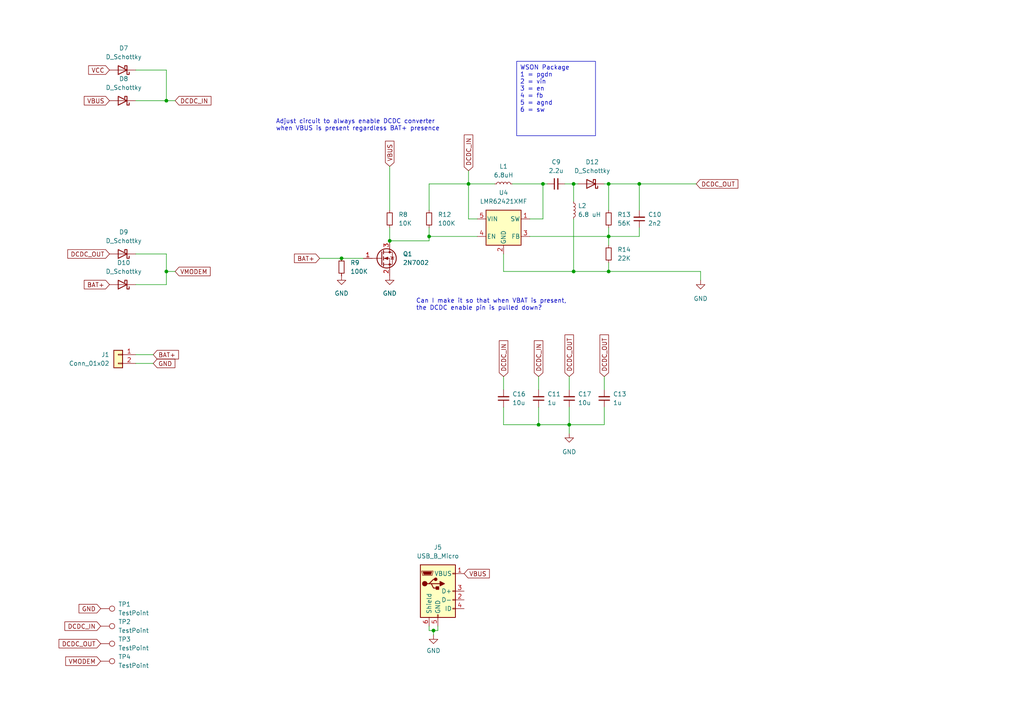
<source format=kicad_sch>
(kicad_sch (version 20230121) (generator eeschema)
  (paper "A4")
  (lib_symbols
    (symbol "Connector:TestPoint" (pin_numbers hide) (pin_names (offset 0.762) hide)
      (property "Reference" "TP" (at 0 6.858 0))
      (property "Value" "TestPoint" (at 0 5.08 0))
      (symbol "TestPoint_0_1"
        (circle (center 0 3.302) (radius 0.762))
      )
      (symbol "TestPoint_1_1"
        (pin passive line (at 0 0 90) (length 2.54) (name "1") (number "1"))
      )
    )
    (symbol "Connector:USB_B_Micro" (pin_names (offset 1.016))
      (property "Reference" "J" (at -5.08 11.43 0))
      (property "Value" "USB_B_Micro" (at -5.08 8.89 0))
      (symbol "USB_B_Micro_0_1"
        (rectangle (start -5.08 -7.62) (end 5.08 7.62) (stroke (width 0.254)) (fill (type background)))
        (circle (center -3.81 2.159) (radius 0.635) (stroke (width 0.254)) (fill (type outline)))
        (circle (center -0.635 3.429) (radius 0.381) (stroke (width 0.254)) (fill (type outline)))
        (rectangle (start -0.127 -7.62) (end 0.127 -6.858))
        (polyline (pts (xy -1.905 2.159) (xy 0.635 2.159)) (stroke (width 0.254)))
        (polyline (pts (xy -3.175 2.159) (xy -2.54 2.159) (xy -1.27 3.429) (xy -0.635 3.429)) (stroke (width 0.254)))
        (polyline (pts (xy -2.54 2.159) (xy -1.905 2.159) (xy -1.27 0.889) (xy 0 0.889)) (stroke (width 0.254)))
        (polyline (pts (xy 0.635 2.794) (xy 0.635 1.524) (xy 1.905 2.159) (xy 0.635 2.794)) (stroke (width 0.254)) (fill (type outline)))
        (polyline (pts (xy -4.318 5.588) (xy -1.778 5.588) (xy -2.032 4.826) (xy -4.064 4.826) (xy -4.318 5.588)) (fill (type outline)))
        (polyline (pts (xy -4.699 5.842) (xy -4.699 5.588) (xy -4.445 4.826) (xy -4.445 4.572) (xy -1.651 4.572) (xy -1.651 4.826) (xy -1.397 5.588) (xy -1.397 5.842) (xy -4.699 5.842)))
        (rectangle (start 0.254 1.27) (end -0.508 0.508) (stroke (width 0.254)) (fill (type outline)))
        (rectangle (start 5.08 -5.207) (end 4.318 -4.953))
        (rectangle (start 5.08 -2.667) (end 4.318 -2.413))
        (rectangle (start 5.08 -0.127) (end 4.318 0.127))
        (rectangle (start 5.08 4.953) (end 4.318 5.207))
      )
      (symbol "USB_B_Micro_1_1"
        (pin power_out line (at 7.62 5.08 180) (length 2.54) (name "VBUS") (number "1"))
        (pin bidirectional line (at 7.62 -2.54 180) (length 2.54) (name "D-") (number "2"))
        (pin bidirectional line (at 7.62 0 180) (length 2.54) (name "D+") (number "3"))
        (pin passive line (at 7.62 -5.08 180) (length 2.54) (name "ID") (number "4"))
        (pin power_out line (at 0 -10.16 90) (length 2.54) (name "GND") (number "5"))
        (pin passive line (at -2.54 -10.16 90) (length 2.54) (name "Shield") (number "6"))
      )
    )
    (symbol "Connector_Generic:Conn_01x02" (pin_names (offset 1.016) hide)
      (property "Reference" "J" (at 0 2.54 0))
      (property "Value" "Conn_01x02" (at 0 -5.08 0))
      (symbol "Conn_01x02_1_1"
        (rectangle (start -1.27 -2.413) (end 0 -2.667) (stroke (width 0.1524)))
        (rectangle (start -1.27 0.127) (end 0 -0.127) (stroke (width 0.1524)))
        (rectangle (start -1.27 1.27) (end 1.27 -3.81) (stroke (width 0.254)) (fill (type background)))
        (pin passive line (at -5.08 0 0) (length 3.81) (name "Pin_1") (number "1"))
        (pin passive line (at -5.08 -2.54 0) (length 3.81) (name "Pin_2") (number "2"))
      )
    )
    (symbol "Device:C_Small" (pin_numbers hide) (pin_names (offset 0.254) hide)
      (property "Reference" "C" (at 0.254 1.778 0))
      (property "Value" "C_Small" (at 0.254 -2.032 0))
      (symbol "C_Small_0_1"
        (polyline (pts (xy -1.524 -0.508) (xy 1.524 -0.508)) (stroke (width 0.3302)))
        (polyline (pts (xy -1.524 0.508) (xy 1.524 0.508)) (stroke (width 0.3048)))
      )
      (symbol "C_Small_1_1"
        (pin passive line (at 0 2.54 270) (length 2.032) (name "~") (number "1"))
        (pin passive line (at 0 -2.54 90) (length 2.032) (name "~") (number "2"))
      )
    )
    (symbol "Device:D_Schottky" (pin_numbers hide) (pin_names (offset 1.016) hide)
      (property "Reference" "D" (at 0 2.54 0))
      (property "Value" "D_Schottky" (at 0 -2.54 0))
      (symbol "D_Schottky_0_1"
        (polyline (pts (xy 1.27 0) (xy -1.27 0)))
        (polyline (pts (xy 1.27 1.27) (xy 1.27 -1.27) (xy -1.27 0) (xy 1.27 1.27)) (stroke (width 0.254)))
        (polyline (pts (xy -1.905 0.635) (xy -1.905 1.27) (xy -1.27 1.27) (xy -1.27 -1.27) (xy -0.635 -1.27) (xy -0.635 -0.635)) (stroke (width 0.254)))
      )
      (symbol "D_Schottky_1_1"
        (pin passive line (at -3.81 0 0) (length 2.54) (name "K") (number "1"))
        (pin passive line (at 3.81 0 180) (length 2.54) (name "A") (number "2"))
      )
    )
    (symbol "Device:L_Small" (pin_numbers hide) (pin_names (offset 0.254) hide)
      (property "Reference" "L" (at 0.762 1.016 0))
      (property "Value" "L_Small" (at 0.762 -1.016 0))
      (symbol "L_Small_0_1"
        (arc (start 0 -2.032) (mid 0.5058 -1.524) (end 0 -1.016))
        (arc (start 0 -1.016) (mid 0.5058 -0.508) (end 0 0))
        (arc (start 0 0) (mid 0.5058 0.508) (end 0 1.016))
        (arc (start 0 1.016) (mid 0.5058 1.524) (end 0 2.032))
      )
      (symbol "L_Small_1_1"
        (pin passive line (at 0 2.54 270) (length 0.508) (name "~") (number "1"))
        (pin passive line (at 0 -2.54 90) (length 0.508) (name "~") (number "2"))
      )
    )
    (symbol "Device:R_Small" (pin_numbers hide) (pin_names (offset 0.254) hide)
      (property "Reference" "R" (at 0.762 0.508 0))
      (property "Value" "R_Small" (at 0.762 -1.016 0))
      (symbol "R_Small_0_1"
        (rectangle (start -0.762 1.778) (end 0.762 -1.778) (stroke (width 0.2032)))
      )
      (symbol "R_Small_1_1"
        (pin passive line (at 0 2.54 270) (length 0.762) (name "~") (number "1"))
        (pin passive line (at 0 -2.54 90) (length 0.762) (name "~") (number "2"))
      )
    )
    (symbol "Regulator_Switching:LMR62421XMF" (pin_names (offset 0.254))
      (property "Reference" "U" (at -5.08 6.35 0))
      (property "Value" "LMR62421XMF" (at 0 6.35 0))
      (symbol "LMR62421XMF_0_1"
        (rectangle (start -5.08 5.08) (end 5.08 -5.08) (stroke (width 0.254)) (fill (type background)))
      )
      (symbol "LMR62421XMF_1_1"
        (pin output line (at 7.62 2.54 180) (length 2.54) (name "SW") (number "1"))
        (pin power_in line (at 0 -7.62 90) (length 2.54) (name "GND") (number "2"))
        (pin input line (at 7.62 -2.54 180) (length 2.54) (name "FB") (number "3"))
        (pin input line (at -7.62 -2.54 0) (length 2.54) (name "EN") (number "4"))
        (pin input line (at -7.62 2.54 0) (length 2.54) (name "VIN") (number "5"))
      )
    )
    (symbol "Transistor_FET:2N7002" (pin_names hide)
      (property "Reference" "Q" (at 5.08 1.905 0))
      (property "Value" "2N7002" (at 5.08 0 0))
      (symbol "2N7002_0_1"
        (polyline (pts (xy 0.254 0) (xy -2.54 0)))
        (polyline (pts (xy 0.254 1.905) (xy 0.254 -1.905)) (stroke (width 0.254)))
        (polyline (pts (xy 0.762 -1.27) (xy 0.762 -2.286)) (stroke (width 0.254)))
        (polyline (pts (xy 0.762 0.508) (xy 0.762 -0.508)) (stroke (width 0.254)))
        (polyline (pts (xy 0.762 2.286) (xy 0.762 1.27)) (stroke (width 0.254)))
        (polyline (pts (xy 2.54 2.54) (xy 2.54 1.778)))
        (polyline (pts (xy 2.54 -2.54) (xy 2.54 0) (xy 0.762 0)))
        (polyline (pts (xy 0.762 -1.778) (xy 3.302 -1.778) (xy 3.302 1.778) (xy 0.762 1.778)))
        (polyline (pts (xy 1.016 0) (xy 2.032 0.381) (xy 2.032 -0.381) (xy 1.016 0)) (fill (type outline)))
        (polyline (pts (xy 2.794 0.508) (xy 2.921 0.381) (xy 3.683 0.381) (xy 3.81 0.254)))
        (polyline (pts (xy 3.302 0.381) (xy 2.921 -0.254) (xy 3.683 -0.254) (xy 3.302 0.381)))
        (circle (center 1.651 0) (radius 2.794) (stroke (width 0.254)))
        (circle (center 2.54 -1.778) (radius 0.254) (fill (type outline)))
        (circle (center 2.54 1.778) (radius 0.254) (fill (type outline)))
      )
      (symbol "2N7002_1_1"
        (pin input line (at -5.08 0 0) (length 2.54) (name "G") (number "1"))
        (pin passive line (at 2.54 -5.08 90) (length 2.54) (name "S") (number "2"))
        (pin passive line (at 2.54 5.08 270) (length 2.54) (name "D") (number "3"))
      )
    )
    (symbol "power:GND" (power) (pin_names (offset 0))
      (property "Value" "GND" (at 0 -3.81 0))
      (symbol "GND_0_1"
        (polyline (pts (xy 0 0) (xy 0 -1.27) (xy 1.27 -1.27) (xy 0 -2.54) (xy -1.27 -1.27) (xy 0 -1.27)))
      )
      (symbol "GND_1_1"
        (pin power_in line (at 0 0 270) (length 0) hide (name "GND") (number "1"))
      )
    )
  )
  (junction (at 113.03 69.85))
  (junction (at 99.06 74.93))
  (junction (at 157.48 53.34))
  (junction (at 176.53 53.34))
  (junction (at 185.42 53.34))
  (junction (at 48.26 29.21))
  (junction (at 156.21 123.19))
  (junction (at 48.26 78.74))
  (junction (at 166.37 78.74))
  (junction (at 176.53 78.74))
  (junction (at 165.1 123.19))
  (junction (at 135.89 53.34))
  (junction (at 125.73 182.88))
  (junction (at 124.46 68.58))
  (junction (at 176.53 68.58))
  (junction (at 166.37 53.34))
  (wire (pts (xy 153.67 63.5) (xy 157.48 63.5)))
  (wire (pts (xy 92.71 74.93) (xy 99.06 74.93)))
  (wire (pts (xy 135.89 53.34) (xy 143.51 53.34)))
  (wire (pts (xy 163.83 53.34) (xy 166.37 53.34)))
  (wire (pts (xy 165.1 109.22) (xy 165.1 113.03)))
  (wire (pts (xy 48.26 82.55) (xy 39.37 82.55)))
  (wire (pts (xy 113.03 48.26) (xy 113.03 60.96)))
  (wire (pts (xy 185.42 53.34) (xy 176.53 53.34)))
  (wire (pts (xy 135.89 53.34) (xy 124.46 53.34)))
  (wire (pts (xy 124.46 69.85) (xy 124.46 68.58)))
  (wire (pts (xy 185.42 68.58) (xy 185.42 66.04)))
  (wire (pts (xy 157.48 63.5) (xy 157.48 53.34)))
  (wire (pts (xy 166.37 53.34) (xy 167.64 53.34)))
  (wire (pts (xy 176.53 68.58) (xy 185.42 68.58)))
  (wire (pts (xy 127 181.61) (xy 127 182.88)))
  (wire (pts (xy 146.05 73.66) (xy 146.05 78.74)))
  (wire (pts (xy 153.67 68.58) (xy 176.53 68.58)))
  (wire (pts (xy 156.21 118.11) (xy 156.21 123.19)))
  (wire (pts (xy 176.53 66.04) (xy 176.53 68.58)))
  (wire (pts (xy 124.46 182.88) (xy 125.73 182.88)))
  (wire (pts (xy 124.46 68.58) (xy 124.46 66.04)))
  (wire (pts (xy 175.26 53.34) (xy 176.53 53.34)))
  (wire (pts (xy 39.37 29.21) (xy 48.26 29.21)))
  (wire (pts (xy 175.26 123.19) (xy 175.26 118.11)))
  (wire (pts (xy 48.26 78.74) (xy 50.8 78.74)))
  (wire (pts (xy 125.73 182.88) (xy 125.73 184.15)))
  (wire (pts (xy 203.2 78.74) (xy 203.2 81.28)))
  (wire (pts (xy 146.05 118.11) (xy 146.05 123.19)))
  (wire (pts (xy 148.59 53.34) (xy 157.48 53.34)))
  (wire (pts (xy 146.05 123.19) (xy 156.21 123.19)))
  (wire (pts (xy 39.37 105.41) (xy 44.45 105.41)))
  (wire (pts (xy 113.03 66.04) (xy 113.03 69.85)))
  (wire (pts (xy 39.37 73.66) (xy 48.26 73.66)))
  (wire (pts (xy 176.53 68.58) (xy 176.53 71.12)))
  (wire (pts (xy 124.46 181.61) (xy 124.46 182.88)))
  (wire (pts (xy 166.37 63.5) (xy 166.37 78.74)))
  (wire (pts (xy 166.37 53.34) (xy 166.37 58.42)))
  (wire (pts (xy 185.42 60.96) (xy 185.42 53.34)))
  (wire (pts (xy 185.42 53.34) (xy 201.93 53.34)))
  (wire (pts (xy 39.37 20.32) (xy 48.26 20.32)))
  (wire (pts (xy 175.26 109.22) (xy 175.26 113.03)))
  (wire (pts (xy 156.21 109.22) (xy 156.21 113.03)))
  (wire (pts (xy 48.26 78.74) (xy 48.26 82.55)))
  (wire (pts (xy 176.53 53.34) (xy 176.53 60.96)))
  (wire (pts (xy 146.05 109.22) (xy 146.05 113.03)))
  (wire (pts (xy 138.43 63.5) (xy 135.89 63.5)))
  (wire (pts (xy 146.05 78.74) (xy 166.37 78.74)))
  (wire (pts (xy 125.73 182.88) (xy 127 182.88)))
  (wire (pts (xy 39.37 102.87) (xy 44.45 102.87)))
  (wire (pts (xy 138.43 68.58) (xy 124.46 68.58)))
  (wire (pts (xy 99.06 74.93) (xy 105.41 74.93)))
  (wire (pts (xy 176.53 78.74) (xy 203.2 78.74)))
  (wire (pts (xy 124.46 53.34) (xy 124.46 60.96)))
  (wire (pts (xy 157.48 53.34) (xy 158.75 53.34)))
  (wire (pts (xy 113.03 69.85) (xy 124.46 69.85)))
  (wire (pts (xy 165.1 123.19) (xy 175.26 123.19)))
  (wire (pts (xy 165.1 123.19) (xy 165.1 118.11)))
  (wire (pts (xy 48.26 73.66) (xy 48.26 78.74)))
  (wire (pts (xy 176.53 78.74) (xy 166.37 78.74)))
  (wire (pts (xy 135.89 53.34) (xy 135.89 49.53)))
  (wire (pts (xy 135.89 63.5) (xy 135.89 53.34)))
  (wire (pts (xy 176.53 76.2) (xy 176.53 78.74)))
  (wire (pts (xy 48.26 29.21) (xy 50.8 29.21)))
  (wire (pts (xy 156.21 123.19) (xy 165.1 123.19)))
  (wire (pts (xy 165.1 123.19) (xy 165.1 125.73)))
  (wire (pts (xy 48.26 20.32) (xy 48.26 29.21)))
  (text_box "WSON Package\n1 = pgdn\n2 = vin\n3 = en\n4 = fb\n5 = agnd\n6 = sw" (at 149.86 17.78 0) (size 22.86 21.59) (effects (font (size 1.27 1.27)) (justify left top)))
  (text "Can I make it so that when VBAT is present, \nthe DCDC enable pin is pulled down?" (at 120.65 90.17 0) (effects (font (size 1.27 1.27)) (justify left bottom)))
  (text "Adjust circuit to always enable DCDC converter \nwhen VBUS is present regardless BAT+ presence" (at 80.01 38.1 0) (effects (font (size 1.27 1.27)) (justify left bottom)))
  (global_label "BAT+" (shape input) (at 31.75 82.55 180) (property "Intersheetrefs" "${INTERSHEET_REFS}" (effects hide)))
  (global_label "VCC" (shape input) (at 31.75 20.32 180) (property "Intersheetrefs" "${INTERSHEET_REFS}" (effects hide)))
  (global_label "BAT+" (shape input) (at 92.71 74.93 180) (property "Intersheetrefs" "${INTERSHEET_REFS}" (effects hide)))
  (global_label "BAT+" (shape input) (at 44.45 102.87 0) (property "Intersheetrefs" "${INTERSHEET_REFS}" (effects hide)))
  (global_label "VBUS" (shape input) (at 113.03 48.26 90) (property "Intersheetrefs" "${INTERSHEET_REFS}" (effects hide)))
  (global_label "DCDC_IN" (shape input) (at 50.8 29.21 0) (property "Intersheetrefs" "${INTERSHEET_REFS}" (effects hide)))
  (global_label "DCDC_IN" (shape input) (at 156.21 109.22 90) (property "Intersheetrefs" "${INTERSHEET_REFS}" (effects hide)))
  (global_label "VBUS" (shape input) (at 134.62 166.37 0) (property "Intersheetrefs" "${INTERSHEET_REFS}" (effects hide)))
  (global_label "GND" (shape input) (at 44.45 105.41 0) (property "Intersheetrefs" "${INTERSHEET_REFS}" (effects hide)))
  (global_label "GND" (shape input) (at 29.21 176.53 180) (property "Intersheetrefs" "${INTERSHEET_REFS}" (effects hide)))
  (global_label "DCDC_IN" (shape input) (at 29.21 181.61 180) (property "Intersheetrefs" "${INTERSHEET_REFS}" (effects hide)))
  (global_label "VMODEM" (shape input) (at 50.8 78.74 0) (property "Intersheetrefs" "${INTERSHEET_REFS}" (effects hide)))
  (global_label "DCDC_IN" (shape input) (at 146.05 109.22 90) (property "Intersheetrefs" "${INTERSHEET_REFS}" (effects hide)))
  (global_label "DCDC_OUT" (shape input) (at 31.75 73.66 180) (property "Intersheetrefs" "${INTERSHEET_REFS}" (effects hide)))
  (global_label "DCDC_IN" (shape input) (at 135.89 49.53 90) (property "Intersheetrefs" "${INTERSHEET_REFS}" (effects hide)))
  (global_label "DCDC_OUT" (shape input) (at 175.26 109.22 90) (property "Intersheetrefs" "${INTERSHEET_REFS}" (effects hide)))
  (global_label "DCDC_OUT" (shape input) (at 165.1 109.22 90) (property "Intersheetrefs" "${INTERSHEET_REFS}" (effects hide)))
  (global_label "DCDC_OUT" (shape input) (at 29.21 186.69 180) (property "Intersheetrefs" "${INTERSHEET_REFS}" (effects hide)))
  (global_label "VMODEM" (shape input) (at 29.21 191.77 180) (property "Intersheetrefs" "${INTERSHEET_REFS}" (effects hide)))
  (global_label "DCDC_OUT" (shape input) (at 201.93 53.34 0) (property "Intersheetrefs" "${INTERSHEET_REFS}" (effects hide)))
  (global_label "VBUS" (shape input) (at 31.75 29.21 180) (property "Intersheetrefs" "${INTERSHEET_REFS}" (effects hide)))
  (symbol (lib_id "Transistor_FET:2N7002") (at 110.49 74.93 0) (unit 1)
    (property "Reference" "Q1" (at 116.84 73.66 0) (effects (justify left)))
    (property "Value" "2N7002" (at 116.84 76.2 0) (effects (justify left)))
    (property "Footprint" "Package_TO_SOT_SMD:SOT-23" (effects hide))
    (property "Datasheet" "https://www.onsemi.com/pub/Collateral/NDS7002A-D.PDF" (effects hide))
  )
  (symbol (lib_id "power:GND") (at 165.1 125.73 0) (unit 1)
    (property "Reference" "#PWR023" (effects hide))
    (property "Value" "GND" (at 165.1 131.064 0))
  )
  (symbol (lib_id "power:GND") (at 99.06 80.01 0) (unit 1)
    (property "Reference" "#PWR026" (effects hide))
    (property "Value" "GND" (at 99.06 85.09 0))
  )
  (symbol (lib_id "Device:D_Schottky") (at 35.56 73.66 180) (unit 1)
    (property "Reference" "D9" (at 35.8775 67.31 0))
    (property "Value" "D_Schottky" (at 35.8775 69.85 0))
    (property "Footprint" "Diode_SMD:D_0805_2012Metric" (effects hide))
  )
  (symbol (lib_id "Regulator_Switching:LMR62421XMF") (at 146.05 66.04 0) (unit 1)
    (property "Reference" "U4" (at 146.05 55.88 0))
    (property "Value" "LMR62421XMF" (at 146.05 58.42 0))
    (property "Footprint" "Package_TO_SOT_SMD:SOT-23-5" (effects hide))
    (property "Datasheet" "http://www.ti.com/lit/ds/symlink/lmr62421.pdf" (effects hide))
  )
  (symbol (lib_id "power:GND") (at 203.2 81.28 0) (unit 1)
    (property "Reference" "#PWR022" (effects hide))
    (property "Value" "GND" (at 203.2 86.614 0))
  )
  (symbol (lib_id "Device:C_Small") (at 185.42 63.5 180) (unit 1)
    (property "Reference" "C10" (at 187.96 62.2236 0) (effects (justify right)))
    (property "Value" "2n2" (at 187.96 64.7636 0) (effects (justify right)))
    (property "Footprint" "Capacitor_SMD:C_0805_2012Metric" (effects hide))
  )
  (symbol (lib_id "Device:R_Small") (at 176.53 73.66 0) (unit 1)
    (property "Reference" "R14" (at 179.07 72.39 0) (effects (justify left)))
    (property "Value" "22K" (at 179.07 74.93 0) (effects (justify left)))
    (property "Footprint" "Resistor_SMD:R_0805_2012Metric" (effects hide))
  )
  (symbol (lib_id "Connector:TestPoint") (at 29.21 191.77 270) (unit 1)
    (property "Reference" "TP4" (at 34.29 190.5 90) (effects (justify left)))
    (property "Value" "TestPoint" (at 34.29 193.04 90) (effects (justify left)))
    (property "Footprint" "TestPoint:TestPoint_THTPad_D2.0mm_Drill1.0mm" (effects hide))
  )
  (symbol (lib_id "power:GND") (at 125.73 184.15 0) (unit 1)
    (property "Reference" "#PWR01" (effects hide))
    (property "Value" "GND" (at 125.73 188.722 0))
    (instances (project "sim800x_break" (path "" (reference "#PWR01") (unit 1)) (path "" (reference "#PWR021") (unit 1))))
  )
  (symbol (lib_id "Device:R_Small") (at 113.03 63.5 0) (unit 1)
    (property "Reference" "R8" (at 115.57 62.23 0) (effects (justify left)))
    (property "Value" "10K" (at 115.57 64.77 0) (effects (justify left)))
    (property "Footprint" "Resistor_SMD:R_0805_2012Metric" (effects hide))
  )
  (symbol (lib_id "Device:C_Small") (at 175.26 115.57 180) (unit 1)
    (property "Reference" "C13" (at 177.8 114.2936 0) (effects (justify right)))
    (property "Value" "1u" (at 177.8 116.8336 0) (effects (justify right)))
    (property "Footprint" "Capacitor_SMD:C_0805_2012Metric" (effects hide))
  )
  (symbol (lib_id "Device:C_Small") (at 161.29 53.34 90) (unit 1)
    (property "Reference" "C9" (at 161.2963 46.99 90))
    (property "Value" "2.2u" (at 161.2963 49.53 90))
    (property "Footprint" "Capacitor_SMD:C_0805_2012Metric" (effects hide))
  )
  (symbol (lib_id "Connector:TestPoint") (at 29.21 186.69 270) (unit 1)
    (property "Reference" "TP3" (at 34.29 185.42 90) (effects (justify left)))
    (property "Value" "TestPoint" (at 34.29 187.96 90) (effects (justify left)))
    (property "Footprint" "TestPoint:TestPoint_THTPad_D2.0mm_Drill1.0mm" (effects hide))
  )
  (symbol (lib_id "Connector:USB_B_Micro") (at 127 171.45 0) (unit 1)
    (property "Reference" "J5" (at 127 158.75 0))
    (property "Value" "USB_B_Micro" (at 127 161.29 0))
    (property "Footprint" "AvS_Connector:USB_Micro-B_XKB_U254-05XX-4BH806" (effects hide))
  )
  (symbol (lib_id "Device:D_Schottky") (at 171.45 53.34 180) (unit 1)
    (property "Reference" "D12" (at 171.7675 46.99 0))
    (property "Value" "D_Schottky" (at 171.7675 49.53 0))
    (property "Footprint" "Diode_SMD:D_0805_2012Metric" (effects hide))
  )
  (symbol (lib_id "Device:R_Small") (at 124.46 63.5 0) (unit 1)
    (property "Reference" "R12" (at 127 62.23 0) (effects (justify left)))
    (property "Value" "100K" (at 127 64.77 0) (effects (justify left)))
    (property "Footprint" "Resistor_SMD:R_0805_2012Metric" (effects hide))
  )
  (symbol (lib_id "Device:C_Small") (at 146.05 115.57 180) (unit 1)
    (property "Reference" "C16" (at 148.59 114.2936 0) (effects (justify right)))
    (property "Value" "10u" (at 148.59 116.8336 0) (effects (justify right)))
    (property "Footprint" "Capacitor_SMD:C_0805_2012Metric" (effects hide))
  )
  (symbol (lib_id "Device:R_Small") (at 176.53 63.5 0) (unit 1)
    (property "Reference" "R13" (at 179.07 62.23 0) (effects (justify left)))
    (property "Value" "56K" (at 179.07 64.77 0) (effects (justify left)))
    (property "Footprint" "Resistor_SMD:R_0805_2012Metric" (effects hide))
  )
  (symbol (lib_id "Device:C_Small") (at 165.1 115.57 180) (unit 1)
    (property "Reference" "C17" (at 167.64 114.2936 0) (effects (justify right)))
    (property "Value" "10u" (at 167.64 116.8336 0) (effects (justify right)))
    (property "Footprint" "Capacitor_SMD:C_0805_2012Metric" (effects hide))
  )
  (symbol (lib_id "power:GND") (at 113.03 80.01 0) (unit 1)
    (property "Reference" "#PWR024" (effects hide))
    (property "Value" "GND" (at 113.03 85.09 0))
  )
  (symbol (lib_id "Device:D_Schottky") (at 35.56 20.32 180) (unit 1)
    (property "Reference" "D7" (at 35.8775 13.97 0))
    (property "Value" "D_Schottky" (at 35.8775 16.51 0))
    (property "Footprint" "Diode_SMD:D_0805_2012Metric" (effects hide))
  )
  (symbol (lib_id "Device:R_Small") (at 99.06 77.47 0) (unit 1)
    (property "Reference" "R9" (at 101.6 76.2 0) (effects (justify left)))
    (property "Value" "100K" (at 101.6 78.74 0) (effects (justify left)))
    (property "Footprint" "Resistor_SMD:R_0805_2012Metric" (effects hide))
  )
  (symbol (lib_id "Device:D_Schottky") (at 35.56 29.21 180) (unit 1)
    (property "Reference" "D8" (at 35.8775 22.86 0))
    (property "Value" "D_Schottky" (at 35.8775 25.4 0))
    (property "Footprint" "Diode_SMD:D_0805_2012Metric" (effects hide))
  )
  (symbol (lib_id "Connector_Generic:Conn_01x02") (at 34.29 102.87 0) (mirror y) (unit 1)
    (property "Reference" "J1" (at 31.75 102.87 0) (effects (justify left)))
    (property "Value" "Conn_01x02" (at 31.75 105.41 0) (effects (justify left)))
    (property "Footprint" "Connector_PinHeader_2.54mm:PinHeader_1x02_P2.54mm_Vertical" (effects hide))
    (instances (project "sim800x_break" (path "" (reference "J1") (unit 1)) (path "" (reference "J2") (unit 1)) (path "" (reference "J1") (unit 1))))
  )
  (symbol (lib_id "Device:D_Schottky") (at 35.56 82.55 180) (unit 1)
    (property "Reference" "D10" (at 35.8775 76.2 0))
    (property "Value" "D_Schottky" (at 35.8775 78.74 0))
    (property "Footprint" "Diode_SMD:D_0805_2012Metric" (effects hide))
  )
  (symbol (lib_id "Connector:TestPoint") (at 29.21 176.53 270) (unit 1)
    (property "Reference" "TP1" (at 34.29 175.26 90) (effects (justify left)))
    (property "Value" "TestPoint" (at 34.29 177.8 90) (effects (justify left)))
    (property "Footprint" "TestPoint:TestPoint_THTPad_D2.0mm_Drill1.0mm" (effects hide))
  )
  (symbol (lib_id "Device:L_Small") (at 146.05 53.34 90) (unit 1)
    (property "Reference" "L1" (at 146.05 48.26 90))
    (property "Value" "6.8uH" (at 146.05 50.8 90))
    (property "Footprint" "Inductor_SMD:L_Bourns_SRP7028A_7.3x6.6mm" (effects hide))
  )
  (symbol (lib_id "Device:C_Small") (at 156.21 115.57 180) (unit 1)
    (property "Reference" "C11" (at 158.75 114.2936 0) (effects (justify right)))
    (property "Value" "1u" (at 158.75 116.8336 0) (effects (justify right)))
    (property "Footprint" "Capacitor_SMD:C_0805_2012Metric" (effects hide))
  )
  (symbol (lib_id "Connector:TestPoint") (at 29.21 181.61 270) (unit 1)
    (property "Reference" "TP2" (at 34.29 180.34 90) (effects (justify left)))
    (property "Value" "TestPoint" (at 34.29 182.88 90) (effects (justify left)))
    (property "Footprint" "TestPoint:TestPoint_THTPad_D2.0mm_Drill1.0mm" (effects hide))
  )
  (symbol (lib_id "Device:L_Small") (at 166.37 60.96 0) (unit 1)
    (property "Reference" "L2" (at 167.64 59.69 0) (effects (justify left)))
    (property "Value" "6.8 uH" (at 167.64 62.23 0) (effects (justify left)))
    (property "Footprint" "Inductor_SMD:L_Bourns_SRP7028A_7.3x6.6mm" (effects hide))
  )
)
</source>
